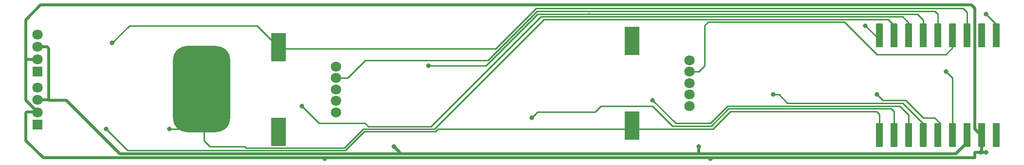
<source format=gbl>
G04 #@! TF.GenerationSoftware,KiCad,Pcbnew,7.0.5-0*
G04 #@! TF.CreationDate,2024-12-30T17:13:37-05:00*
G04 #@! TF.ProjectId,ESP32_MIDI_v3a,45535033-325f-44d4-9944-495f7633612e,rev?*
G04 #@! TF.SameCoordinates,Original*
G04 #@! TF.FileFunction,Copper,L2,Bot*
G04 #@! TF.FilePolarity,Positive*
%FSLAX46Y46*%
G04 Gerber Fmt 4.6, Leading zero omitted, Abs format (unit mm)*
G04 Created by KiCad (PCBNEW 7.0.5-0) date 2024-12-30 17:13:37*
%MOMM*%
%LPD*%
G01*
G04 APERTURE LIST*
G04 Aperture macros list*
%AMRoundRect*
0 Rectangle with rounded corners*
0 $1 Rounding radius*
0 $2 $3 $4 $5 $6 $7 $8 $9 X,Y pos of 4 corners*
0 Add a 4 corners polygon primitive as box body*
4,1,4,$2,$3,$4,$5,$6,$7,$8,$9,$2,$3,0*
0 Add four circle primitives for the rounded corners*
1,1,$1+$1,$2,$3*
1,1,$1+$1,$4,$5*
1,1,$1+$1,$6,$7*
1,1,$1+$1,$8,$9*
0 Add four rect primitives between the rounded corners*
20,1,$1+$1,$2,$3,$4,$5,0*
20,1,$1+$1,$4,$5,$6,$7,0*
20,1,$1+$1,$6,$7,$8,$9,0*
20,1,$1+$1,$8,$9,$2,$3,0*%
%AMFreePoly0*
4,1,25,0.515063,3.095106,0.530902,3.095106,0.543715,3.085796,0.558779,3.080902,0.568088,3.068088,0.580902,3.058779,0.585796,3.043715,0.595106,3.030902,0.595106,3.015062,0.600000,3.000000,0.600000,-1.000000,-0.600000,-1.000000,-0.600000,3.000000,-0.595106,3.015062,-0.595106,3.030902,-0.585796,3.043715,-0.580902,3.058779,-0.568088,3.068088,-0.558779,3.080902,-0.543715,3.085796,
-0.530902,3.095106,-0.515063,3.095106,-0.500000,3.100000,0.500000,3.100000,0.515063,3.095106,0.515063,3.095106,$1*%
G04 Aperture macros list end*
G04 #@! TA.AperFunction,ComponentPad*
%ADD10C,1.800000*%
G04 #@! TD*
G04 #@! TA.AperFunction,SMDPad,CuDef*
%ADD11R,2.600000X5.000000*%
G04 #@! TD*
G04 #@! TA.AperFunction,ComponentPad*
%ADD12R,1.800000X1.800000*%
G04 #@! TD*
G04 #@! TA.AperFunction,SMDPad,CuDef*
%ADD13FreePoly0,180.000000*%
G04 #@! TD*
G04 #@! TA.AperFunction,SMDPad,CuDef*
%ADD14FreePoly0,0.000000*%
G04 #@! TD*
G04 #@! TA.AperFunction,SMDPad,CuDef*
%ADD15RoundRect,2.500000X-2.500000X5.000000X-2.500000X-5.000000X2.500000X-5.000000X2.500000X5.000000X0*%
G04 #@! TD*
G04 #@! TA.AperFunction,ViaPad*
%ADD16C,0.800000*%
G04 #@! TD*
G04 #@! TA.AperFunction,Conductor*
%ADD17C,0.250000*%
G04 #@! TD*
G04 #@! TA.AperFunction,Conductor*
%ADD18C,0.500000*%
G04 #@! TD*
G04 APERTURE END LIST*
D10*
X152400000Y-101000000D03*
X152400000Y-99000000D03*
X152400000Y-97000000D03*
X152400000Y-95000000D03*
X152400000Y-93000000D03*
D11*
X142400000Y-104350000D03*
X142400000Y-89650000D03*
X80932000Y-90758000D03*
X80932000Y-105458000D03*
D10*
X90932000Y-94108000D03*
X90932000Y-96108000D03*
X90932000Y-98108000D03*
X90932000Y-100108000D03*
X90932000Y-102108000D03*
D12*
X39000000Y-95000000D03*
D10*
X39000000Y-92841000D03*
X39000000Y-90682000D03*
X39000000Y-88523000D03*
D12*
X39000000Y-104240000D03*
D10*
X39000000Y-102081000D03*
X39000000Y-99922000D03*
X39000000Y-97763000D03*
D13*
X205740000Y-105000000D03*
X203200000Y-105000000D03*
X200660000Y-105000000D03*
X198120000Y-105000000D03*
X195580000Y-105000000D03*
X193040000Y-105000000D03*
X190500000Y-105000000D03*
X187960000Y-105000000D03*
X185420000Y-105000000D03*
D14*
X185420000Y-89760000D03*
X187960000Y-89760000D03*
X190500000Y-89760000D03*
X193040000Y-89760000D03*
X195580000Y-89760000D03*
X198120000Y-89760000D03*
X200660000Y-89760000D03*
X203200000Y-89760000D03*
X205740000Y-89760000D03*
D15*
X67564000Y-98044000D03*
D16*
X185000000Y-99000000D03*
X101000000Y-108000000D03*
X154000000Y-108000000D03*
X204000000Y-109000000D03*
X156000000Y-110157500D03*
X203000000Y-109000000D03*
X89000000Y-110157500D03*
X167000000Y-99000000D03*
X146000000Y-100000000D03*
X125000000Y-103000000D03*
X51000000Y-105000000D03*
X183000000Y-87000000D03*
X197000000Y-95000000D03*
X52000000Y-90000000D03*
X85000000Y-101000000D03*
X204000000Y-85000000D03*
X62000000Y-105000000D03*
X107000000Y-94000000D03*
D17*
X196000000Y-104000000D02*
X195000000Y-103000000D01*
X191000000Y-101000000D02*
X190000000Y-100000000D01*
X195580000Y-105000000D02*
X196000000Y-104580000D01*
X194000000Y-103000000D02*
X193000000Y-103000000D01*
X193000000Y-103000000D02*
X191000000Y-101000000D01*
X186000000Y-100000000D02*
X185000000Y-99000000D01*
X196000000Y-104580000D02*
X196000000Y-104000000D01*
X195000000Y-103000000D02*
X194000000Y-103000000D01*
X190000000Y-100000000D02*
X186000000Y-100000000D01*
D18*
X154000000Y-108000000D02*
X154000000Y-109308000D01*
X102000000Y-109308000D02*
X154000000Y-109308000D01*
X154000000Y-109308000D02*
X198692000Y-109308000D01*
X44000000Y-100000000D02*
X53308000Y-109308000D01*
X39000000Y-99922000D02*
X40922000Y-99922000D01*
X198692000Y-109308000D02*
X200660000Y-107340000D01*
X39000000Y-90682000D02*
X40682000Y-90682000D01*
X41000000Y-100000000D02*
X44000000Y-100000000D01*
X101000000Y-108000000D02*
X102000000Y-109000000D01*
X40682000Y-90682000D02*
X41000000Y-91000000D01*
X40922000Y-99922000D02*
X41000000Y-100000000D01*
X200660000Y-107340000D02*
X200660000Y-105000000D01*
X53308000Y-109308000D02*
X102000000Y-109308000D01*
X41000000Y-91000000D02*
X41000000Y-100000000D01*
X102000000Y-109000000D02*
X102000000Y-109308000D01*
X39575000Y-83425000D02*
X201425000Y-83425000D01*
X37000000Y-102162000D02*
X37162000Y-102000000D01*
X37000000Y-107000000D02*
X37000000Y-102162000D01*
X203200000Y-108800000D02*
X203000000Y-109000000D01*
X202000000Y-110000000D02*
X202000000Y-109000000D01*
X40008000Y-110008000D02*
X37000000Y-107000000D01*
X202000000Y-105000000D02*
X203000000Y-106000000D01*
X37000000Y-92841000D02*
X37000000Y-86000000D01*
X37000000Y-86000000D02*
X39575000Y-83425000D01*
X201992000Y-110008000D02*
X40008000Y-110008000D01*
X202000000Y-84000000D02*
X202000000Y-105000000D01*
X37162000Y-102000000D02*
X39000000Y-102000000D01*
X202000000Y-109000000D02*
X203000000Y-109000000D01*
X204000000Y-109000000D02*
X203000000Y-109000000D01*
X39000000Y-92841000D02*
X37000000Y-92841000D01*
X201992000Y-110008000D02*
X202000000Y-110000000D01*
X37000000Y-100000000D02*
X37000000Y-92841000D01*
X203200000Y-105000000D02*
X203200000Y-108800000D01*
X201425000Y-83425000D02*
X202000000Y-84000000D01*
X39000000Y-102000000D02*
X37000000Y-100000000D01*
D17*
X169450000Y-100450000D02*
X189450000Y-100450000D01*
X168000000Y-99000000D02*
X169450000Y-100450000D01*
X167000000Y-99000000D02*
X168000000Y-99000000D01*
X189450000Y-100450000D02*
X193040000Y-104040000D01*
X193040000Y-104040000D02*
X193040000Y-105000000D01*
X156000000Y-104000000D02*
X150000000Y-104000000D01*
X150000000Y-104000000D02*
X146000000Y-100000000D01*
X190500000Y-105000000D02*
X190500000Y-102500000D01*
X159000000Y-101000000D02*
X156000000Y-104000000D01*
X189000000Y-101000000D02*
X159000000Y-101000000D01*
X190500000Y-102500000D02*
X189000000Y-101000000D01*
X187960000Y-101960000D02*
X187960000Y-105000000D01*
X156186396Y-104450000D02*
X159186396Y-101450000D01*
X187450000Y-101450000D02*
X187960000Y-101960000D01*
X136000000Y-102000000D02*
X137000000Y-101000000D01*
X149450000Y-104450000D02*
X156186396Y-104450000D01*
X125000000Y-103000000D02*
X126000000Y-102000000D01*
X126000000Y-102000000D02*
X136000000Y-102000000D01*
X137000000Y-101000000D02*
X146000000Y-101000000D01*
X159186396Y-101450000D02*
X187450000Y-101450000D01*
X146000000Y-101000000D02*
X149450000Y-104450000D01*
X92539792Y-108733000D02*
X54733000Y-108733000D01*
X185420000Y-102420000D02*
X184900000Y-101900000D01*
X108210396Y-105426000D02*
X95846792Y-105426000D01*
X184900000Y-101900000D02*
X159550000Y-101900000D01*
X108636396Y-105000000D02*
X108210396Y-105426000D01*
X185420000Y-105000000D02*
X185420000Y-102420000D01*
X54733000Y-108733000D02*
X51000000Y-105000000D01*
X95846792Y-105426000D02*
X92539792Y-108733000D01*
X156450000Y-105000000D02*
X108636396Y-105000000D01*
X159550000Y-101900000D02*
X156450000Y-105000000D01*
X185420000Y-89760000D02*
X185420000Y-89420000D01*
X185420000Y-89420000D02*
X183000000Y-87000000D01*
X198120000Y-96120000D02*
X198120000Y-105000000D01*
X197000000Y-95000000D02*
X198120000Y-96120000D01*
X118727208Y-91000000D02*
X81174000Y-91000000D01*
X77174000Y-87000000D02*
X55000000Y-87000000D01*
X81174000Y-91000000D02*
X80932000Y-90758000D01*
X200000000Y-84000000D02*
X125727208Y-84000000D01*
X200660000Y-89760000D02*
X200660000Y-84660000D01*
X80932000Y-90758000D02*
X77174000Y-87000000D01*
X200660000Y-84660000D02*
X200000000Y-84000000D01*
X125727208Y-84000000D02*
X118727208Y-91000000D01*
X55000000Y-87000000D02*
X52000000Y-90000000D01*
X152400000Y-95000000D02*
X154000000Y-95000000D01*
X155000000Y-87000000D02*
X155650000Y-86350000D01*
X154000000Y-95000000D02*
X155000000Y-94000000D01*
X197000000Y-92000000D02*
X198120000Y-90880000D01*
X198120000Y-90880000D02*
X198120000Y-89760000D01*
X185000000Y-92000000D02*
X197000000Y-92000000D01*
X155000000Y-94000000D02*
X155000000Y-87000000D01*
X179350000Y-86350000D02*
X185000000Y-92000000D01*
X155650000Y-86350000D02*
X179350000Y-86350000D01*
X190500000Y-86500000D02*
X189450000Y-85450000D01*
X107474000Y-104526000D02*
X96526000Y-104526000D01*
X96000000Y-104000000D02*
X88000000Y-104000000D01*
X190500000Y-89760000D02*
X190500000Y-86500000D01*
X126550000Y-85450000D02*
X107474000Y-104526000D01*
X96526000Y-104526000D02*
X96000000Y-104000000D01*
X189450000Y-85450000D02*
X126550000Y-85450000D01*
X88000000Y-104000000D02*
X85000000Y-101000000D01*
X205740000Y-86740000D02*
X205740000Y-89760000D01*
X204000000Y-85000000D02*
X205740000Y-86740000D01*
X95660396Y-104976000D02*
X108024000Y-104976000D01*
X68000000Y-98480000D02*
X67564000Y-98044000D01*
X75000000Y-108000000D02*
X75283000Y-108283000D01*
X108024000Y-104976000D02*
X127100000Y-85900000D01*
X75283000Y-108283000D02*
X92353396Y-108283000D01*
X68000000Y-105000000D02*
X68000000Y-107000000D01*
X68000000Y-107000000D02*
X68000000Y-98480000D01*
X92353396Y-108283000D02*
X95660396Y-104976000D01*
X187960000Y-86960000D02*
X187960000Y-89760000D01*
X127100000Y-85900000D02*
X186900000Y-85900000D01*
X62000000Y-105000000D02*
X68000000Y-105000000D01*
X69000000Y-108000000D02*
X75000000Y-108000000D01*
X186900000Y-85900000D02*
X187960000Y-86960000D01*
X68000000Y-107000000D02*
X69000000Y-108000000D01*
X134900000Y-84900000D02*
X135000000Y-85000000D01*
X193040000Y-86040000D02*
X193040000Y-89760000D01*
X134800000Y-85000000D02*
X134900000Y-84900000D01*
X107000000Y-94000000D02*
X117000000Y-94000000D01*
X135000000Y-85000000D02*
X192000000Y-85000000D01*
X126000000Y-85000000D02*
X134800000Y-85000000D01*
X192000000Y-85000000D02*
X193040000Y-86040000D01*
X117000000Y-94000000D02*
X126000000Y-85000000D01*
X125913604Y-84450000D02*
X117363604Y-93000000D01*
X195580000Y-84968959D02*
X195061041Y-84450000D01*
X117363604Y-93000000D02*
X96040000Y-93000000D01*
X92932000Y-96108000D02*
X96040000Y-93000000D01*
X195061041Y-84450000D02*
X125913604Y-84450000D01*
X195580000Y-89760000D02*
X195580000Y-84968959D01*
X90932000Y-96108000D02*
X92932000Y-96108000D01*
M02*

</source>
